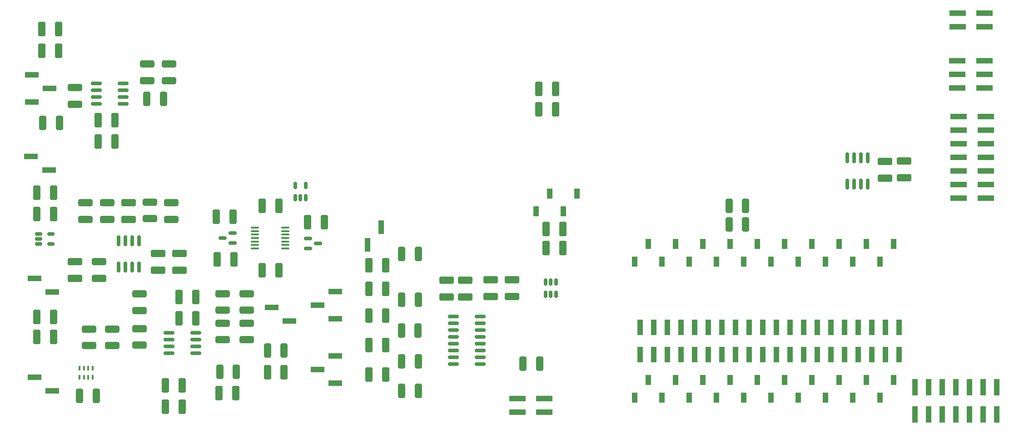
<source format=gbr>
%TF.GenerationSoftware,KiCad,Pcbnew,8.0.9-8.0.9-0~ubuntu22.04.1*%
%TF.CreationDate,2025-06-19T12:15:33-04:00*%
%TF.ProjectId,digital_waters,64696769-7461-46c5-9f77-61746572732e,rev?*%
%TF.SameCoordinates,Original*%
%TF.FileFunction,Paste,Top*%
%TF.FilePolarity,Positive*%
%FSLAX46Y46*%
G04 Gerber Fmt 4.6, Leading zero omitted, Abs format (unit mm)*
G04 Created by KiCad (PCBNEW 8.0.9-8.0.9-0~ubuntu22.04.1) date 2025-06-19 12:15:33*
%MOMM*%
%LPD*%
G01*
G04 APERTURE LIST*
G04 Aperture macros list*
%AMRoundRect*
0 Rectangle with rounded corners*
0 $1 Rounding radius*
0 $2 $3 $4 $5 $6 $7 $8 $9 X,Y pos of 4 corners*
0 Add a 4 corners polygon primitive as box body*
4,1,4,$2,$3,$4,$5,$6,$7,$8,$9,$2,$3,0*
0 Add four circle primitives for the rounded corners*
1,1,$1+$1,$2,$3*
1,1,$1+$1,$4,$5*
1,1,$1+$1,$6,$7*
1,1,$1+$1,$8,$9*
0 Add four rect primitives between the rounded corners*
20,1,$1+$1,$2,$3,$4,$5,0*
20,1,$1+$1,$4,$5,$6,$7,0*
20,1,$1+$1,$6,$7,$8,$9,0*
20,1,$1+$1,$8,$9,$2,$3,0*%
G04 Aperture macros list end*
%ADD10RoundRect,0.250000X0.412500X1.100000X-0.412500X1.100000X-0.412500X-1.100000X0.412500X-1.100000X0*%
%ADD11RoundRect,0.250000X-0.412500X-1.100000X0.412500X-1.100000X0.412500X1.100000X-0.412500X1.100000X0*%
%ADD12R,1.000000X1.900000*%
%ADD13RoundRect,0.100000X0.637500X0.100000X-0.637500X0.100000X-0.637500X-0.100000X0.637500X-0.100000X0*%
%ADD14RoundRect,0.150000X0.150000X-0.512500X0.150000X0.512500X-0.150000X0.512500X-0.150000X-0.512500X0*%
%ADD15RoundRect,0.250000X1.075000X-0.400000X1.075000X0.400000X-1.075000X0.400000X-1.075000X-0.400000X0*%
%ADD16R,1.000000X3.150000*%
%ADD17RoundRect,0.250000X1.100000X-0.412500X1.100000X0.412500X-1.100000X0.412500X-1.100000X-0.412500X0*%
%ADD18RoundRect,0.250000X0.400000X1.075000X-0.400000X1.075000X-0.400000X-1.075000X0.400000X-1.075000X0*%
%ADD19RoundRect,0.250000X-0.400000X-1.075000X0.400000X-1.075000X0.400000X1.075000X-0.400000X1.075000X0*%
%ADD20RoundRect,0.150000X-0.825000X-0.150000X0.825000X-0.150000X0.825000X0.150000X-0.825000X0.150000X0*%
%ADD21R,1.000000X2.510000*%
%ADD22RoundRect,0.250000X-1.075000X0.400000X-1.075000X-0.400000X1.075000X-0.400000X1.075000X0.400000X0*%
%ADD23R,2.510000X1.000000*%
%ADD24R,3.150000X1.000000*%
%ADD25RoundRect,0.150000X-0.150000X0.825000X-0.150000X-0.825000X0.150000X-0.825000X0.150000X0.825000X0*%
%ADD26R,0.400000X0.900000*%
%ADD27RoundRect,0.150000X-0.512500X-0.150000X0.512500X-0.150000X0.512500X0.150000X-0.512500X0.150000X0*%
%ADD28RoundRect,0.150000X-0.587500X-0.150000X0.587500X-0.150000X0.587500X0.150000X-0.587500X0.150000X0*%
%ADD29RoundRect,0.150000X0.587500X0.150000X-0.587500X0.150000X-0.587500X-0.150000X0.587500X-0.150000X0*%
%ADD30R,1.000000X3.000000*%
%ADD31RoundRect,0.150000X0.825000X0.150000X-0.825000X0.150000X-0.825000X-0.150000X0.825000X-0.150000X0*%
G04 APERTURE END LIST*
D10*
%TO.C,C5*%
X124747325Y-102818816D03*
X121622325Y-102818816D03*
%TD*%
D11*
%TO.C,C88*%
X86222325Y-99318816D03*
X89347325Y-99318816D03*
%TD*%
D12*
%TO.C,J11*%
X171197024Y-118137156D03*
X173737024Y-114837156D03*
X176277024Y-118137156D03*
X178817024Y-114837156D03*
X181357024Y-118137156D03*
X183897024Y-114837156D03*
X186437024Y-118137156D03*
X188977024Y-114837156D03*
X191517024Y-118137156D03*
X194057024Y-114837156D03*
X196597024Y-118137156D03*
X199137024Y-114837156D03*
X201677024Y-118137156D03*
X204217024Y-114837156D03*
X206757024Y-118137156D03*
X209297024Y-114837156D03*
X211837024Y-118137156D03*
X214377024Y-114837156D03*
X216917024Y-118137156D03*
X219457024Y-114837156D03*
%TD*%
D13*
%TO.C,U13*%
X106084825Y-90268816D03*
X106084825Y-89618816D03*
X106084825Y-88968816D03*
X106084825Y-88318816D03*
X106084825Y-87668816D03*
X106084825Y-87018816D03*
X106084825Y-86368816D03*
X100359825Y-86368816D03*
X100359825Y-87018816D03*
X100359825Y-87668816D03*
X100359825Y-88318816D03*
X100359825Y-88968816D03*
X100359825Y-89618816D03*
X100359825Y-90268816D03*
%TD*%
D11*
%TO.C,C27*%
X59722325Y-106818816D03*
X62847325Y-106818816D03*
%TD*%
D10*
%TO.C,C25*%
X124747325Y-97818816D03*
X121622325Y-97818816D03*
%TD*%
D11*
%TO.C,C26*%
X110215868Y-85337133D03*
X113340868Y-85337133D03*
%TD*%
D14*
%TO.C,U9*%
X107947325Y-80818816D03*
X108897325Y-80818816D03*
X109847325Y-80818816D03*
X109847325Y-78543816D03*
X107947325Y-78543816D03*
%TD*%
D15*
%TO.C,R25*%
X80347325Y-58918816D03*
X80347325Y-55818816D03*
%TD*%
D16*
%TO.C,J9*%
X223437644Y-121231932D03*
X223437644Y-116181932D03*
X225977644Y-121231932D03*
X225977644Y-116181932D03*
X228517644Y-121231932D03*
X228517644Y-116181932D03*
X231057644Y-121231932D03*
X231057644Y-116181932D03*
X233597644Y-121231932D03*
X233597644Y-116181932D03*
X236137644Y-121231932D03*
X236137644Y-116181932D03*
X238677644Y-121231932D03*
X238677644Y-116181932D03*
%TD*%
D17*
%TO.C,C7*%
X86347325Y-94318816D03*
X86347325Y-91193816D03*
%TD*%
D18*
%TO.C,R39*%
X191847325Y-85818816D03*
X188747325Y-85818816D03*
%TD*%
D17*
%TO.C,C4*%
X76847325Y-84818816D03*
X76847325Y-81693816D03*
%TD*%
D19*
%TO.C,R51*%
X93847325Y-113318816D03*
X96947325Y-113318816D03*
%TD*%
D20*
%TO.C,U4*%
X70872325Y-59413816D03*
X70872325Y-60683816D03*
X70872325Y-61953816D03*
X70872325Y-63223816D03*
X75822325Y-63223816D03*
X75822325Y-61953816D03*
X75822325Y-60683816D03*
X75822325Y-59413816D03*
%TD*%
D21*
%TO.C,J14*%
X121347325Y-89628816D03*
X123887325Y-86318816D03*
%TD*%
D10*
%TO.C,C13*%
X104847325Y-82318816D03*
X101722325Y-82318816D03*
%TD*%
D18*
%TO.C,R6*%
X83347325Y-62318816D03*
X80247325Y-62318816D03*
%TD*%
D22*
%TO.C,R9*%
X78847325Y-98768816D03*
X78847325Y-101868816D03*
%TD*%
%TO.C,R10*%
X80847325Y-81618816D03*
X80847325Y-84718816D03*
%TD*%
D19*
%TO.C,R50*%
X102747325Y-109358816D03*
X105847325Y-109358816D03*
%TD*%
D23*
%TO.C,J3*%
X59347325Y-95818816D03*
X62657325Y-98358816D03*
%TD*%
D10*
%TO.C,C18*%
X96485343Y-92337966D03*
X93360343Y-92337966D03*
%TD*%
D11*
%TO.C,C20*%
X60722325Y-53318816D03*
X63847325Y-53318816D03*
%TD*%
D17*
%TO.C,C6*%
X82347325Y-94312655D03*
X82347325Y-91187655D03*
%TD*%
D24*
%TO.C,J8*%
X236587325Y-80858816D03*
X231537325Y-80858816D03*
X236587325Y-78318816D03*
X231537325Y-78318816D03*
X236587325Y-75778816D03*
X231537325Y-75778816D03*
X236587325Y-73238816D03*
X231537325Y-73238816D03*
X236587325Y-70698816D03*
X231537325Y-70698816D03*
X236587325Y-68158816D03*
X231537325Y-68158816D03*
X236587325Y-65618816D03*
X231537325Y-65618816D03*
%TD*%
D19*
%TO.C,R8*%
X127747325Y-99818816D03*
X130847325Y-99818816D03*
%TD*%
D15*
%TO.C,R46*%
X69487007Y-108418816D03*
X69487007Y-105318816D03*
%TD*%
D24*
%TO.C,J12*%
X154347325Y-120858816D03*
X149297325Y-120858816D03*
X154347325Y-118318816D03*
X149297325Y-118318816D03*
%TD*%
D23*
%TO.C,J5*%
X106847325Y-103858816D03*
X103537325Y-101318816D03*
%TD*%
%TO.C,J1*%
X58692325Y-73048816D03*
X62002325Y-75588816D03*
%TD*%
D22*
%TO.C,R21*%
X78847325Y-105218816D03*
X78847325Y-108318816D03*
%TD*%
D19*
%TO.C,R19*%
X127747325Y-111318816D03*
X130847325Y-111318816D03*
%TD*%
D20*
%TO.C,U1*%
X137397325Y-103008816D03*
X137397325Y-104278816D03*
X137397325Y-105548816D03*
X137397325Y-106818816D03*
X137397325Y-108088816D03*
X137397325Y-109358816D03*
X137397325Y-110628816D03*
X137397325Y-111898816D03*
X142347325Y-111898816D03*
X142347325Y-110628816D03*
X142347325Y-109358816D03*
X142347325Y-108088816D03*
X142347325Y-106818816D03*
X142347325Y-105548816D03*
X142347325Y-104278816D03*
X142347325Y-103008816D03*
%TD*%
D14*
%TO.C,U6*%
X154592357Y-98786419D03*
X155542357Y-98786419D03*
X156492357Y-98786419D03*
X156492357Y-96511419D03*
X155542357Y-96511419D03*
X154592357Y-96511419D03*
%TD*%
D18*
%TO.C,R4*%
X153447325Y-111818816D03*
X150347325Y-111818816D03*
%TD*%
D25*
%TO.C,U2*%
X214617325Y-73318816D03*
X213347325Y-73318816D03*
X212077325Y-73318816D03*
X210807325Y-73318816D03*
X210807325Y-78268816D03*
X212077325Y-78268816D03*
X213347325Y-78268816D03*
X214617325Y-78268816D03*
%TD*%
D23*
%TO.C,J4*%
X58847325Y-57818816D03*
X62157325Y-60358816D03*
X58847325Y-62898816D03*
%TD*%
%TO.C,JP3*%
X115347325Y-103398816D03*
X112037325Y-100858816D03*
X115347325Y-98318816D03*
%TD*%
D18*
%TO.C,R18*%
X63947325Y-66818816D03*
X60847325Y-66818816D03*
%TD*%
D12*
%TO.C,J16*%
X219452949Y-89431820D03*
X216912949Y-92731820D03*
X214372949Y-89431820D03*
X211832949Y-92731820D03*
X209292949Y-89431820D03*
X206752949Y-92731820D03*
X204212949Y-89431820D03*
X201672949Y-92731820D03*
X199132949Y-89431820D03*
X196592949Y-92731820D03*
X194052949Y-89431820D03*
X191512949Y-92731820D03*
X188972949Y-89431820D03*
X186432949Y-92731820D03*
X183892949Y-89431820D03*
X181352949Y-92731820D03*
X178812949Y-89431820D03*
X176272949Y-92731820D03*
X173732949Y-89431820D03*
X171192949Y-92731820D03*
%TD*%
D11*
%TO.C,C46*%
X153347325Y-64307584D03*
X156472325Y-64307584D03*
%TD*%
D15*
%TO.C,R7*%
X98847325Y-107318816D03*
X98847325Y-104218816D03*
%TD*%
D17*
%TO.C,C34*%
X148347325Y-99258155D03*
X148347325Y-96133155D03*
%TD*%
D11*
%TO.C,C22*%
X59722325Y-103038816D03*
X62847325Y-103038816D03*
%TD*%
%TO.C,C48*%
X153347325Y-60470084D03*
X156472325Y-60470084D03*
%TD*%
%TO.C,C95*%
X154682325Y-90168816D03*
X157807325Y-90168816D03*
%TD*%
D17*
%TO.C,C32*%
X221347325Y-77088816D03*
X221347325Y-73963816D03*
%TD*%
D11*
%TO.C,C28*%
X59722325Y-79818816D03*
X62847325Y-79818816D03*
%TD*%
%TO.C,C87*%
X86222325Y-103318816D03*
X89347325Y-103318816D03*
%TD*%
D23*
%TO.C,JP4*%
X115347325Y-115398816D03*
X112037325Y-112858816D03*
X115347325Y-110318816D03*
%TD*%
D11*
%TO.C,C19*%
X60722325Y-49318816D03*
X63847325Y-49318816D03*
%TD*%
D23*
%TO.C,J2*%
X62657325Y-116858816D03*
X59347325Y-114318816D03*
%TD*%
D26*
%TO.C,RN1*%
X67747325Y-114318816D03*
X68547325Y-114318816D03*
X69347325Y-114318816D03*
X70147325Y-114318816D03*
X70147325Y-112618816D03*
X69347325Y-112618816D03*
X68547325Y-112618816D03*
X67747325Y-112618816D03*
%TD*%
D11*
%TO.C,C93*%
X154682325Y-86668816D03*
X157807325Y-86668816D03*
%TD*%
D18*
%TO.C,R38*%
X191847325Y-82318816D03*
X188747325Y-82318816D03*
%TD*%
D27*
%TO.C,U3*%
X60072325Y-87563816D03*
X60072325Y-88513816D03*
X60072325Y-89463816D03*
X62347325Y-89463816D03*
X62347325Y-87563816D03*
%TD*%
D22*
%TO.C,R26*%
X84347325Y-55818816D03*
X84347325Y-58918816D03*
%TD*%
D10*
%TO.C,C12*%
X104847325Y-94318816D03*
X101722325Y-94318816D03*
%TD*%
%TO.C,C3*%
X105847325Y-113358816D03*
X102722325Y-113358816D03*
%TD*%
D15*
%TO.C,R22*%
X66847325Y-63318816D03*
X66847325Y-60218816D03*
%TD*%
D12*
%TO.C,U17*%
X152767325Y-83318816D03*
X155307325Y-80018816D03*
X157847325Y-83318816D03*
X160387325Y-80018816D03*
%TD*%
D22*
%TO.C,R49*%
X94347325Y-98718816D03*
X94347325Y-101818816D03*
%TD*%
D24*
%TO.C,J10*%
X231297325Y-55238816D03*
X236347325Y-55238816D03*
X231297325Y-57778816D03*
X236347325Y-57778816D03*
X231297325Y-60318816D03*
X236347325Y-60318816D03*
%TD*%
D10*
%TO.C,C2*%
X96847325Y-117318816D03*
X93722325Y-117318816D03*
%TD*%
D22*
%TO.C,R17*%
X68847325Y-81718816D03*
X68847325Y-84818816D03*
%TD*%
%TO.C,R3*%
X72847325Y-81718816D03*
X72847325Y-84818816D03*
%TD*%
%TO.C,R11*%
X71347325Y-92718816D03*
X71347325Y-95818816D03*
%TD*%
D11*
%TO.C,C8*%
X83722325Y-115818816D03*
X86847325Y-115818816D03*
%TD*%
%TO.C,C21*%
X59722325Y-83818816D03*
X62847325Y-83818816D03*
%TD*%
D17*
%TO.C,C33*%
X139628373Y-99314561D03*
X139628373Y-96189561D03*
%TD*%
D18*
%TO.C,R52*%
X70847325Y-117818816D03*
X67747325Y-117818816D03*
%TD*%
D28*
%TO.C,U7*%
X110284825Y-88368816D03*
X110284825Y-90268816D03*
X112159825Y-89318816D03*
%TD*%
D11*
%TO.C,C16*%
X83722325Y-119818816D03*
X86847325Y-119818816D03*
%TD*%
D17*
%TO.C,C31*%
X217847325Y-77151316D03*
X217847325Y-74026316D03*
%TD*%
D10*
%TO.C,C23*%
X124747325Y-108318816D03*
X121622325Y-108318816D03*
%TD*%
D15*
%TO.C,R42*%
X73847325Y-108418816D03*
X73847325Y-105318816D03*
%TD*%
D19*
%TO.C,R20*%
X127747325Y-116818816D03*
X130847325Y-116818816D03*
%TD*%
D10*
%TO.C,C92*%
X74347325Y-70318816D03*
X71222325Y-70318816D03*
%TD*%
D22*
%TO.C,R47*%
X98847325Y-98718816D03*
X98847325Y-101818816D03*
%TD*%
D25*
%TO.C,U5*%
X78777325Y-88827655D03*
X77507325Y-88827655D03*
X76237325Y-88827655D03*
X74967325Y-88827655D03*
X74967325Y-93777655D03*
X76237325Y-93777655D03*
X77507325Y-93777655D03*
X78777325Y-93777655D03*
%TD*%
D22*
%TO.C,R48*%
X94347325Y-104218816D03*
X94347325Y-107318816D03*
%TD*%
D29*
%TO.C,U8*%
X96284825Y-89268816D03*
X96284825Y-87368816D03*
X94409825Y-88318816D03*
%TD*%
D10*
%TO.C,C24*%
X124747325Y-113818816D03*
X121622325Y-113818816D03*
%TD*%
D17*
%TO.C,C35*%
X144334291Y-99258155D03*
X144334291Y-96133155D03*
%TD*%
D19*
%TO.C,R1*%
X127747325Y-91318816D03*
X130847325Y-91318816D03*
%TD*%
D17*
%TO.C,C58*%
X66847325Y-95818816D03*
X66847325Y-92693816D03*
%TD*%
D30*
%TO.C,J24*%
X172220000Y-105028508D03*
X172220000Y-110068508D03*
X174760000Y-105028508D03*
X174760000Y-110068508D03*
X177300000Y-105028508D03*
X177300000Y-110068508D03*
X179840000Y-105028508D03*
X179840000Y-110068508D03*
X182380000Y-105028508D03*
X182380000Y-110068508D03*
X184920000Y-105028508D03*
X184920000Y-110068508D03*
X187460000Y-105028508D03*
X187460000Y-110068508D03*
X190000000Y-105028508D03*
X190000000Y-110068508D03*
X192540000Y-105028508D03*
X192540000Y-110068508D03*
X195080000Y-105028508D03*
X195080000Y-110068508D03*
X197620000Y-105028508D03*
X197620000Y-110068508D03*
X200160000Y-105028508D03*
X200160000Y-110068508D03*
X202700000Y-105028508D03*
X202700000Y-110068508D03*
X205240000Y-105028508D03*
X205240000Y-110068508D03*
X207780000Y-105028508D03*
X207780000Y-110068508D03*
X210320000Y-105028508D03*
X210320000Y-110068508D03*
X212860000Y-105028508D03*
X212860000Y-110068508D03*
X215400000Y-105028508D03*
X215400000Y-110068508D03*
X217940000Y-105028508D03*
X217940000Y-110068508D03*
X220480000Y-105028508D03*
X220480000Y-110068508D03*
%TD*%
D17*
%TO.C,C29*%
X136147325Y-99318816D03*
X136147325Y-96193816D03*
%TD*%
D22*
%TO.C,R12*%
X84847325Y-81718816D03*
X84847325Y-84818816D03*
%TD*%
D10*
%TO.C,C17*%
X96347325Y-84319412D03*
X93222325Y-84319412D03*
%TD*%
%TO.C,C91*%
X74347325Y-66318816D03*
X71222325Y-66318816D03*
%TD*%
D19*
%TO.C,R24*%
X127725404Y-105575465D03*
X130825404Y-105575465D03*
%TD*%
D31*
%TO.C,U11*%
X89347325Y-109858816D03*
X89347325Y-108588816D03*
X89347325Y-107318816D03*
X89347325Y-106048816D03*
X84397325Y-106048816D03*
X84397325Y-107318816D03*
X84397325Y-108588816D03*
X84397325Y-109858816D03*
%TD*%
D24*
%TO.C,J13*%
X231347325Y-46318816D03*
X236397325Y-46318816D03*
X231347325Y-48858816D03*
X236397325Y-48858816D03*
%TD*%
D10*
%TO.C,C1*%
X124733730Y-93402492D03*
X121608730Y-93402492D03*
%TD*%
M02*

</source>
